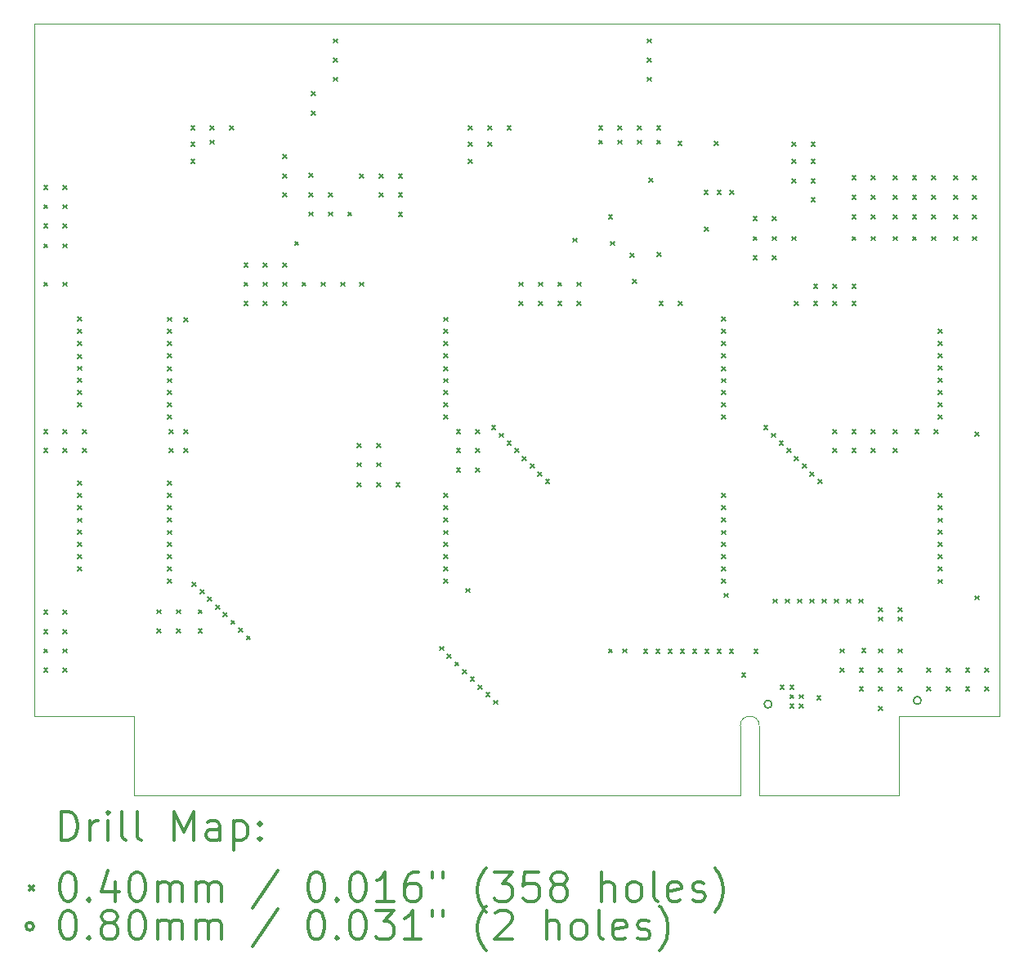
<source format=gbr>
%FSLAX45Y45*%
G04 Gerber Fmt 4.5, Leading zero omitted, Abs format (unit mm)*
G04 Created by KiCad (PCBNEW (5.1.8)-1) date 2022-01-11 15:47:59*
%MOMM*%
%LPD*%
G01*
G04 APERTURE LIST*
%TA.AperFunction,Profile*%
%ADD10C,0.100000*%
%TD*%
%ADD11C,0.200000*%
%ADD12C,0.300000*%
G04 APERTURE END LIST*
D10*
X16496000Y-13031000D02*
G75*
G02*
X16692000Y-13031000I98000J0D01*
G01*
X16692000Y-13750000D02*
X16692000Y-13031000D01*
X16496600Y-13750000D02*
X16496000Y-13031000D01*
X18141000Y-13750000D02*
X18141000Y-12933000D01*
X10216000Y-13750000D02*
X10216000Y-12933000D01*
X18141000Y-13750000D02*
X16692000Y-13750000D01*
X16496600Y-13750000D02*
X10216000Y-13750000D01*
X10216000Y-12933000D02*
X9179000Y-12933000D01*
X9180000Y-5750000D02*
X19180000Y-5750000D01*
X9179000Y-12933000D02*
X9180000Y-5750000D01*
X19178000Y-12933000D02*
X18141000Y-12933000D01*
X19180000Y-5750000D02*
X19178000Y-12933000D01*
D11*
X9280000Y-7430000D02*
X9320000Y-7470000D01*
X9320000Y-7430000D02*
X9280000Y-7470000D01*
X9280000Y-7630000D02*
X9320000Y-7670000D01*
X9320000Y-7630000D02*
X9280000Y-7670000D01*
X9280000Y-7830000D02*
X9320000Y-7870000D01*
X9320000Y-7830000D02*
X9280000Y-7870000D01*
X9280000Y-8035000D02*
X9320000Y-8075000D01*
X9320000Y-8035000D02*
X9280000Y-8075000D01*
X9280000Y-8435000D02*
X9320000Y-8475000D01*
X9320000Y-8435000D02*
X9280000Y-8475000D01*
X9280000Y-9960000D02*
X9320000Y-10000000D01*
X9320000Y-9960000D02*
X9280000Y-10000000D01*
X9280000Y-10160000D02*
X9320000Y-10200000D01*
X9320000Y-10160000D02*
X9280000Y-10200000D01*
X9280000Y-11835000D02*
X9320000Y-11875000D01*
X9320000Y-11835000D02*
X9280000Y-11875000D01*
X9280000Y-12035000D02*
X9320000Y-12075000D01*
X9320000Y-12035000D02*
X9280000Y-12075000D01*
X9280000Y-12235000D02*
X9320000Y-12275000D01*
X9320000Y-12235000D02*
X9280000Y-12275000D01*
X9280000Y-12435000D02*
X9320000Y-12475000D01*
X9320000Y-12435000D02*
X9280000Y-12475000D01*
X9480000Y-7430000D02*
X9520000Y-7470000D01*
X9520000Y-7430000D02*
X9480000Y-7470000D01*
X9480000Y-7630000D02*
X9520000Y-7670000D01*
X9520000Y-7630000D02*
X9480000Y-7670000D01*
X9480000Y-7830000D02*
X9520000Y-7870000D01*
X9520000Y-7830000D02*
X9480000Y-7870000D01*
X9480000Y-8035000D02*
X9520000Y-8075000D01*
X9520000Y-8035000D02*
X9480000Y-8075000D01*
X9480000Y-8435000D02*
X9520000Y-8475000D01*
X9520000Y-8435000D02*
X9480000Y-8475000D01*
X9480000Y-9960000D02*
X9520000Y-10000000D01*
X9520000Y-9960000D02*
X9480000Y-10000000D01*
X9480000Y-10160000D02*
X9520000Y-10200000D01*
X9520000Y-10160000D02*
X9480000Y-10200000D01*
X9480000Y-11835000D02*
X9520000Y-11875000D01*
X9520000Y-11835000D02*
X9480000Y-11875000D01*
X9480000Y-12035000D02*
X9520000Y-12075000D01*
X9520000Y-12035000D02*
X9480000Y-12075000D01*
X9480000Y-12235000D02*
X9520000Y-12275000D01*
X9520000Y-12235000D02*
X9480000Y-12275000D01*
X9480000Y-12435000D02*
X9520000Y-12475000D01*
X9520000Y-12435000D02*
X9480000Y-12475000D01*
X9633500Y-8795500D02*
X9673500Y-8835500D01*
X9673500Y-8795500D02*
X9633500Y-8835500D01*
X9633500Y-8923000D02*
X9673500Y-8963000D01*
X9673500Y-8923000D02*
X9633500Y-8963000D01*
X9633500Y-9050500D02*
X9673500Y-9090500D01*
X9673500Y-9050500D02*
X9633500Y-9090500D01*
X9633500Y-9180500D02*
X9673500Y-9220500D01*
X9673500Y-9180500D02*
X9633500Y-9220500D01*
X9633500Y-9305500D02*
X9673500Y-9345500D01*
X9673500Y-9305500D02*
X9633500Y-9345500D01*
X9633500Y-9430500D02*
X9673500Y-9470500D01*
X9673500Y-9430500D02*
X9633500Y-9470500D01*
X9633500Y-9558000D02*
X9673500Y-9598000D01*
X9673500Y-9558000D02*
X9633500Y-9598000D01*
X9633500Y-9685500D02*
X9673500Y-9725500D01*
X9673500Y-9685500D02*
X9633500Y-9725500D01*
X9633500Y-10495500D02*
X9673500Y-10535500D01*
X9673500Y-10495500D02*
X9633500Y-10535500D01*
X9633500Y-10623000D02*
X9673500Y-10663000D01*
X9673500Y-10623000D02*
X9633500Y-10663000D01*
X9633500Y-10750500D02*
X9673500Y-10790500D01*
X9673500Y-10750500D02*
X9633500Y-10790500D01*
X9633500Y-10880500D02*
X9673500Y-10920500D01*
X9673500Y-10880500D02*
X9633500Y-10920500D01*
X9633500Y-11005500D02*
X9673500Y-11045500D01*
X9673500Y-11005500D02*
X9633500Y-11045500D01*
X9633500Y-11130500D02*
X9673500Y-11170500D01*
X9673500Y-11130500D02*
X9633500Y-11170500D01*
X9633500Y-11258000D02*
X9673500Y-11298000D01*
X9673500Y-11258000D02*
X9633500Y-11298000D01*
X9633500Y-11385500D02*
X9673500Y-11425500D01*
X9673500Y-11385500D02*
X9633500Y-11425500D01*
X9680000Y-9960000D02*
X9720000Y-10000000D01*
X9720000Y-9960000D02*
X9680000Y-10000000D01*
X9680000Y-10160000D02*
X9720000Y-10200000D01*
X9720000Y-10160000D02*
X9680000Y-10200000D01*
X10455000Y-11830000D02*
X10495000Y-11870000D01*
X10495000Y-11830000D02*
X10455000Y-11870000D01*
X10455000Y-12030000D02*
X10495000Y-12070000D01*
X10495000Y-12030000D02*
X10455000Y-12070000D01*
X10562000Y-10495000D02*
X10602000Y-10535000D01*
X10602000Y-10495000D02*
X10562000Y-10535000D01*
X10562500Y-8922500D02*
X10602500Y-8962500D01*
X10602500Y-8922500D02*
X10562500Y-8962500D01*
X10562500Y-9050000D02*
X10602500Y-9090000D01*
X10602500Y-9050000D02*
X10562500Y-9090000D01*
X10562500Y-9177500D02*
X10602500Y-9217500D01*
X10602500Y-9177500D02*
X10562500Y-9217500D01*
X10562500Y-9307500D02*
X10602500Y-9347500D01*
X10602500Y-9307500D02*
X10562500Y-9347500D01*
X10562500Y-9432500D02*
X10602500Y-9472500D01*
X10602500Y-9432500D02*
X10562500Y-9472500D01*
X10562500Y-9557500D02*
X10602500Y-9597500D01*
X10602500Y-9557500D02*
X10562500Y-9597500D01*
X10562500Y-9685000D02*
X10602500Y-9725000D01*
X10602500Y-9685000D02*
X10562500Y-9725000D01*
X10562500Y-9812500D02*
X10602500Y-9852500D01*
X10602500Y-9812500D02*
X10562500Y-9852500D01*
X10562500Y-10622500D02*
X10602500Y-10662500D01*
X10602500Y-10622500D02*
X10562500Y-10662500D01*
X10562500Y-10750000D02*
X10602500Y-10790000D01*
X10602500Y-10750000D02*
X10562500Y-10790000D01*
X10562500Y-10877500D02*
X10602500Y-10917500D01*
X10602500Y-10877500D02*
X10562500Y-10917500D01*
X10562500Y-11007500D02*
X10602500Y-11047500D01*
X10602500Y-11007500D02*
X10562500Y-11047500D01*
X10562500Y-11132500D02*
X10602500Y-11172500D01*
X10602500Y-11132500D02*
X10562500Y-11172500D01*
X10562500Y-11257500D02*
X10602500Y-11297500D01*
X10602500Y-11257500D02*
X10562500Y-11297500D01*
X10562500Y-11385000D02*
X10602500Y-11425000D01*
X10602500Y-11385000D02*
X10562500Y-11425000D01*
X10562500Y-11512500D02*
X10602500Y-11552500D01*
X10602500Y-11512500D02*
X10562500Y-11552500D01*
X10563000Y-8797000D02*
X10603000Y-8837000D01*
X10603000Y-8797000D02*
X10563000Y-8837000D01*
X10580000Y-9960000D02*
X10620000Y-10000000D01*
X10620000Y-9960000D02*
X10580000Y-10000000D01*
X10580000Y-10160000D02*
X10620000Y-10200000D01*
X10620000Y-10160000D02*
X10580000Y-10200000D01*
X10655000Y-11830000D02*
X10695000Y-11870000D01*
X10695000Y-11830000D02*
X10655000Y-11870000D01*
X10655000Y-12030000D02*
X10695000Y-12070000D01*
X10695000Y-12030000D02*
X10655000Y-12070000D01*
X10730000Y-8805000D02*
X10770000Y-8845000D01*
X10770000Y-8805000D02*
X10730000Y-8845000D01*
X10730000Y-9960000D02*
X10770000Y-10000000D01*
X10770000Y-9960000D02*
X10730000Y-10000000D01*
X10730000Y-10160000D02*
X10770000Y-10200000D01*
X10770000Y-10160000D02*
X10730000Y-10200000D01*
X10805000Y-6810000D02*
X10845000Y-6850000D01*
X10845000Y-6810000D02*
X10805000Y-6850000D01*
X10805000Y-6985000D02*
X10845000Y-7025000D01*
X10845000Y-6985000D02*
X10805000Y-7025000D01*
X10805000Y-7160000D02*
X10845000Y-7200000D01*
X10845000Y-7160000D02*
X10805000Y-7200000D01*
X10820000Y-11542501D02*
X10860000Y-11582501D01*
X10860000Y-11542501D02*
X10820000Y-11582501D01*
X10880000Y-11830000D02*
X10920000Y-11870000D01*
X10920000Y-11830000D02*
X10880000Y-11870000D01*
X10880000Y-12030000D02*
X10920000Y-12070000D01*
X10920000Y-12030000D02*
X10880000Y-12070000D01*
X10900000Y-11620000D02*
X10940000Y-11660000D01*
X10940000Y-11620000D02*
X10900000Y-11660000D01*
X10980000Y-11700000D02*
X11020000Y-11740000D01*
X11020000Y-11700000D02*
X10980000Y-11740000D01*
X11005000Y-6810000D02*
X11045000Y-6850000D01*
X11045000Y-6810000D02*
X11005000Y-6850000D01*
X11005000Y-6960000D02*
X11045000Y-7000000D01*
X11045000Y-6960000D02*
X11005000Y-7000000D01*
X11060000Y-11780000D02*
X11100000Y-11820000D01*
X11100000Y-11780000D02*
X11060000Y-11820000D01*
X11140000Y-11860000D02*
X11180000Y-11900000D01*
X11180000Y-11860000D02*
X11140000Y-11900000D01*
X11205000Y-6810000D02*
X11245000Y-6850000D01*
X11245000Y-6810000D02*
X11205000Y-6850000D01*
X11220000Y-11940000D02*
X11260000Y-11980000D01*
X11260000Y-11940000D02*
X11220000Y-11980000D01*
X11300000Y-12020000D02*
X11340000Y-12060000D01*
X11340000Y-12020000D02*
X11300000Y-12060000D01*
X11355000Y-8235000D02*
X11395000Y-8275000D01*
X11395000Y-8235000D02*
X11355000Y-8275000D01*
X11355000Y-8435000D02*
X11395000Y-8475000D01*
X11395000Y-8435000D02*
X11355000Y-8475000D01*
X11355000Y-8630000D02*
X11395000Y-8670000D01*
X11395000Y-8630000D02*
X11355000Y-8670000D01*
X11380000Y-12099999D02*
X11420000Y-12139999D01*
X11420000Y-12099999D02*
X11380000Y-12139999D01*
X11555000Y-8235000D02*
X11595000Y-8275000D01*
X11595000Y-8235000D02*
X11555000Y-8275000D01*
X11555000Y-8435000D02*
X11595000Y-8475000D01*
X11595000Y-8435000D02*
X11555000Y-8475000D01*
X11555000Y-8630000D02*
X11595000Y-8670000D01*
X11595000Y-8630000D02*
X11555000Y-8670000D01*
X11755000Y-7110000D02*
X11795000Y-7150000D01*
X11795000Y-7110000D02*
X11755000Y-7150000D01*
X11755000Y-7310000D02*
X11795000Y-7350000D01*
X11795000Y-7310000D02*
X11755000Y-7350000D01*
X11755000Y-7510000D02*
X11795000Y-7550000D01*
X11795000Y-7510000D02*
X11755000Y-7550000D01*
X11755000Y-8235000D02*
X11795000Y-8275000D01*
X11795000Y-8235000D02*
X11755000Y-8275000D01*
X11755000Y-8435000D02*
X11795000Y-8475000D01*
X11795000Y-8435000D02*
X11755000Y-8475000D01*
X11755000Y-8630000D02*
X11795000Y-8670000D01*
X11795000Y-8630000D02*
X11755000Y-8670000D01*
X11880000Y-8010000D02*
X11920000Y-8050000D01*
X11920000Y-8010000D02*
X11880000Y-8050000D01*
X11955000Y-8435000D02*
X11995000Y-8475000D01*
X11995000Y-8435000D02*
X11955000Y-8475000D01*
X12030000Y-7305000D02*
X12070000Y-7345000D01*
X12070000Y-7305000D02*
X12030000Y-7345000D01*
X12030000Y-7505000D02*
X12070000Y-7545000D01*
X12070000Y-7505000D02*
X12030000Y-7545000D01*
X12030000Y-7705000D02*
X12070000Y-7745000D01*
X12070000Y-7705000D02*
X12030000Y-7745000D01*
X12055000Y-6460000D02*
X12095000Y-6500000D01*
X12095000Y-6460000D02*
X12055000Y-6500000D01*
X12055000Y-6660000D02*
X12095000Y-6700000D01*
X12095000Y-6660000D02*
X12055000Y-6700000D01*
X12155000Y-8435000D02*
X12195000Y-8475000D01*
X12195000Y-8435000D02*
X12155000Y-8475000D01*
X12230000Y-7505000D02*
X12270000Y-7545000D01*
X12270000Y-7505000D02*
X12230000Y-7545000D01*
X12230000Y-7705000D02*
X12270000Y-7745000D01*
X12270000Y-7705000D02*
X12230000Y-7745000D01*
X12280000Y-5910000D02*
X12320000Y-5950000D01*
X12320000Y-5910000D02*
X12280000Y-5950000D01*
X12280000Y-6110000D02*
X12320000Y-6150000D01*
X12320000Y-6110000D02*
X12280000Y-6150000D01*
X12280000Y-6310000D02*
X12320000Y-6350000D01*
X12320000Y-6310000D02*
X12280000Y-6350000D01*
X12355000Y-8435000D02*
X12395000Y-8475000D01*
X12395000Y-8435000D02*
X12355000Y-8475000D01*
X12430000Y-7705000D02*
X12470000Y-7745000D01*
X12470000Y-7705000D02*
X12430000Y-7745000D01*
X12530000Y-10105000D02*
X12570000Y-10145000D01*
X12570000Y-10105000D02*
X12530000Y-10145000D01*
X12530000Y-10305000D02*
X12570000Y-10345000D01*
X12570000Y-10305000D02*
X12530000Y-10345000D01*
X12530000Y-10510000D02*
X12570000Y-10550000D01*
X12570000Y-10510000D02*
X12530000Y-10550000D01*
X12555000Y-7310000D02*
X12595000Y-7350000D01*
X12595000Y-7310000D02*
X12555000Y-7350000D01*
X12555000Y-8435000D02*
X12595000Y-8475000D01*
X12595000Y-8435000D02*
X12555000Y-8475000D01*
X12730000Y-10105000D02*
X12770000Y-10145000D01*
X12770000Y-10105000D02*
X12730000Y-10145000D01*
X12730000Y-10305000D02*
X12770000Y-10345000D01*
X12770000Y-10305000D02*
X12730000Y-10345000D01*
X12730000Y-10510000D02*
X12770000Y-10550000D01*
X12770000Y-10510000D02*
X12730000Y-10550000D01*
X12755000Y-7310000D02*
X12795000Y-7350000D01*
X12795000Y-7310000D02*
X12755000Y-7350000D01*
X12755000Y-7510000D02*
X12795000Y-7550000D01*
X12795000Y-7510000D02*
X12755000Y-7550000D01*
X12930000Y-10510000D02*
X12970000Y-10550000D01*
X12970000Y-10510000D02*
X12930000Y-10550000D01*
X12955000Y-7310000D02*
X12995000Y-7350000D01*
X12995000Y-7310000D02*
X12955000Y-7350000D01*
X12955000Y-7510000D02*
X12995000Y-7550000D01*
X12995000Y-7510000D02*
X12955000Y-7550000D01*
X12955000Y-7710000D02*
X12995000Y-7750000D01*
X12995000Y-7710000D02*
X12955000Y-7750000D01*
X13380000Y-12210000D02*
X13420000Y-12250000D01*
X13420000Y-12210000D02*
X13380000Y-12250000D01*
X13422500Y-8922500D02*
X13462500Y-8962500D01*
X13462500Y-8922500D02*
X13422500Y-8962500D01*
X13422500Y-9050000D02*
X13462500Y-9090000D01*
X13462500Y-9050000D02*
X13422500Y-9090000D01*
X13422500Y-9177500D02*
X13462500Y-9217500D01*
X13462500Y-9177500D02*
X13422500Y-9217500D01*
X13422500Y-9307500D02*
X13462500Y-9347500D01*
X13462500Y-9307500D02*
X13422500Y-9347500D01*
X13422500Y-9432500D02*
X13462500Y-9472500D01*
X13462500Y-9432500D02*
X13422500Y-9472500D01*
X13422500Y-9557500D02*
X13462500Y-9597500D01*
X13462500Y-9557500D02*
X13422500Y-9597500D01*
X13422500Y-9685000D02*
X13462500Y-9725000D01*
X13462500Y-9685000D02*
X13422500Y-9725000D01*
X13422500Y-9812500D02*
X13462500Y-9852500D01*
X13462500Y-9812500D02*
X13422500Y-9852500D01*
X13422500Y-10622500D02*
X13462500Y-10662500D01*
X13462500Y-10622500D02*
X13422500Y-10662500D01*
X13422500Y-10750000D02*
X13462500Y-10790000D01*
X13462500Y-10750000D02*
X13422500Y-10790000D01*
X13422500Y-10877500D02*
X13462500Y-10917500D01*
X13462500Y-10877500D02*
X13422500Y-10917500D01*
X13422500Y-11007500D02*
X13462500Y-11047500D01*
X13462500Y-11007500D02*
X13422500Y-11047500D01*
X13422500Y-11132500D02*
X13462500Y-11172500D01*
X13462500Y-11132500D02*
X13422500Y-11172500D01*
X13422500Y-11257500D02*
X13462500Y-11297500D01*
X13462500Y-11257500D02*
X13422500Y-11297500D01*
X13422500Y-11385000D02*
X13462500Y-11425000D01*
X13462500Y-11385000D02*
X13422500Y-11425000D01*
X13422500Y-11512500D02*
X13462500Y-11552500D01*
X13462500Y-11512500D02*
X13422500Y-11552500D01*
X13423000Y-8797000D02*
X13463000Y-8837000D01*
X13463000Y-8797000D02*
X13423000Y-8837000D01*
X13460000Y-12290000D02*
X13500000Y-12330000D01*
X13500000Y-12290000D02*
X13460000Y-12330000D01*
X13540000Y-12370000D02*
X13580000Y-12410000D01*
X13580000Y-12370000D02*
X13540000Y-12410000D01*
X13555000Y-9960000D02*
X13595000Y-10000000D01*
X13595000Y-9960000D02*
X13555000Y-10000000D01*
X13555000Y-10160000D02*
X13595000Y-10200000D01*
X13595000Y-10160000D02*
X13555000Y-10200000D01*
X13555000Y-10360000D02*
X13595000Y-10400000D01*
X13595000Y-10360000D02*
X13555000Y-10400000D01*
X13620000Y-12450000D02*
X13660000Y-12490000D01*
X13660000Y-12450000D02*
X13620000Y-12490000D01*
X13655000Y-11610000D02*
X13695000Y-11650000D01*
X13695000Y-11610000D02*
X13655000Y-11650000D01*
X13680000Y-6810000D02*
X13720000Y-6850000D01*
X13720000Y-6810000D02*
X13680000Y-6850000D01*
X13680000Y-6985000D02*
X13720000Y-7025000D01*
X13720000Y-6985000D02*
X13680000Y-7025000D01*
X13680000Y-7160000D02*
X13720000Y-7200000D01*
X13720000Y-7160000D02*
X13680000Y-7200000D01*
X13700000Y-12530000D02*
X13740000Y-12570000D01*
X13740000Y-12530000D02*
X13700000Y-12570000D01*
X13755000Y-9960000D02*
X13795000Y-10000000D01*
X13795000Y-9960000D02*
X13755000Y-10000000D01*
X13755000Y-10160000D02*
X13795000Y-10200000D01*
X13795000Y-10160000D02*
X13755000Y-10200000D01*
X13755000Y-10360000D02*
X13795000Y-10400000D01*
X13795000Y-10360000D02*
X13755000Y-10400000D01*
X13780000Y-12610000D02*
X13820000Y-12650000D01*
X13820000Y-12610000D02*
X13780000Y-12650000D01*
X13860000Y-12690000D02*
X13900000Y-12730000D01*
X13900000Y-12690000D02*
X13860000Y-12730000D01*
X13880000Y-6810000D02*
X13920000Y-6850000D01*
X13920000Y-6810000D02*
X13880000Y-6850000D01*
X13880000Y-6985000D02*
X13920000Y-7025000D01*
X13920000Y-6985000D02*
X13880000Y-7025000D01*
X13920000Y-9920000D02*
X13960000Y-9960000D01*
X13960000Y-9920000D02*
X13920000Y-9960000D01*
X13940000Y-12769999D02*
X13980000Y-12809999D01*
X13980000Y-12769999D02*
X13940000Y-12809999D01*
X14000000Y-10000000D02*
X14040000Y-10040000D01*
X14040000Y-10000000D02*
X14000000Y-10040000D01*
X14080000Y-6810000D02*
X14120000Y-6850000D01*
X14120000Y-6810000D02*
X14080000Y-6850000D01*
X14080000Y-10080000D02*
X14120000Y-10120000D01*
X14120000Y-10080000D02*
X14080000Y-10120000D01*
X14160000Y-10160000D02*
X14200000Y-10200000D01*
X14200000Y-10160000D02*
X14160000Y-10200000D01*
X14205000Y-8435000D02*
X14245000Y-8475000D01*
X14245000Y-8435000D02*
X14205000Y-8475000D01*
X14205000Y-8635000D02*
X14245000Y-8675000D01*
X14245000Y-8635000D02*
X14205000Y-8675000D01*
X14240000Y-10240000D02*
X14280000Y-10280000D01*
X14280000Y-10240000D02*
X14240000Y-10280000D01*
X14320000Y-10320000D02*
X14360000Y-10360000D01*
X14360000Y-10320000D02*
X14320000Y-10360000D01*
X14400000Y-10400000D02*
X14440000Y-10440000D01*
X14440000Y-10400000D02*
X14400000Y-10440000D01*
X14405000Y-8435000D02*
X14445000Y-8475000D01*
X14445000Y-8435000D02*
X14405000Y-8475000D01*
X14405000Y-8635000D02*
X14445000Y-8675000D01*
X14445000Y-8635000D02*
X14405000Y-8675000D01*
X14480000Y-10480000D02*
X14520000Y-10520000D01*
X14520000Y-10480000D02*
X14480000Y-10520000D01*
X14605000Y-8435000D02*
X14645000Y-8475000D01*
X14645000Y-8435000D02*
X14605000Y-8475000D01*
X14605000Y-8635000D02*
X14645000Y-8675000D01*
X14645000Y-8635000D02*
X14605000Y-8675000D01*
X14763500Y-7976500D02*
X14803500Y-8016500D01*
X14803500Y-7976500D02*
X14763500Y-8016500D01*
X14805000Y-8435000D02*
X14845000Y-8475000D01*
X14845000Y-8435000D02*
X14805000Y-8475000D01*
X14805000Y-8635000D02*
X14845000Y-8675000D01*
X14845000Y-8635000D02*
X14805000Y-8675000D01*
X15030000Y-6810000D02*
X15070000Y-6850000D01*
X15070000Y-6810000D02*
X15030000Y-6850000D01*
X15030000Y-6960000D02*
X15070000Y-7000000D01*
X15070000Y-6960000D02*
X15030000Y-7000000D01*
X15130000Y-7735000D02*
X15170000Y-7775000D01*
X15170000Y-7735000D02*
X15130000Y-7775000D01*
X15130000Y-12235000D02*
X15170000Y-12275000D01*
X15170000Y-12235000D02*
X15130000Y-12275000D01*
X15155000Y-8010000D02*
X15195000Y-8050000D01*
X15195000Y-8010000D02*
X15155000Y-8050000D01*
X15230000Y-6810000D02*
X15270000Y-6850000D01*
X15270000Y-6810000D02*
X15230000Y-6850000D01*
X15230000Y-6960000D02*
X15270000Y-7000000D01*
X15270000Y-6960000D02*
X15230000Y-7000000D01*
X15280000Y-12235000D02*
X15320000Y-12275000D01*
X15320000Y-12235000D02*
X15280000Y-12275000D01*
X15355000Y-8135000D02*
X15395000Y-8175000D01*
X15395000Y-8135000D02*
X15355000Y-8175000D01*
X15380000Y-8405000D02*
X15420000Y-8445000D01*
X15420000Y-8405000D02*
X15380000Y-8445000D01*
X15430000Y-6810000D02*
X15470000Y-6850000D01*
X15470000Y-6810000D02*
X15430000Y-6850000D01*
X15430000Y-6960000D02*
X15470000Y-7000000D01*
X15470000Y-6960000D02*
X15430000Y-7000000D01*
X15494000Y-12240000D02*
X15534000Y-12280000D01*
X15534000Y-12240000D02*
X15494000Y-12280000D01*
X15530000Y-5910000D02*
X15570000Y-5950000D01*
X15570000Y-5910000D02*
X15530000Y-5950000D01*
X15530000Y-6110000D02*
X15570000Y-6150000D01*
X15570000Y-6110000D02*
X15530000Y-6150000D01*
X15530000Y-6310000D02*
X15570000Y-6350000D01*
X15570000Y-6310000D02*
X15530000Y-6350000D01*
X15551000Y-7356000D02*
X15591000Y-7396000D01*
X15591000Y-7356000D02*
X15551000Y-7396000D01*
X15621000Y-12239000D02*
X15661000Y-12279000D01*
X15661000Y-12239000D02*
X15621000Y-12279000D01*
X15630000Y-6810000D02*
X15670000Y-6850000D01*
X15670000Y-6810000D02*
X15630000Y-6850000D01*
X15630000Y-6960000D02*
X15670000Y-7000000D01*
X15670000Y-6960000D02*
X15630000Y-7000000D01*
X15634000Y-8126001D02*
X15674000Y-8166001D01*
X15674000Y-8126001D02*
X15634000Y-8166001D01*
X15655000Y-8635000D02*
X15695000Y-8675000D01*
X15695000Y-8635000D02*
X15655000Y-8675000D01*
X15748000Y-12240000D02*
X15788000Y-12280000D01*
X15788000Y-12240000D02*
X15748000Y-12280000D01*
X15850000Y-6973000D02*
X15890000Y-7013000D01*
X15890000Y-6973000D02*
X15850000Y-7013000D01*
X15855000Y-8635000D02*
X15895000Y-8675000D01*
X15895000Y-8635000D02*
X15855000Y-8675000D01*
X15875000Y-12240000D02*
X15915000Y-12280000D01*
X15915000Y-12240000D02*
X15875000Y-12280000D01*
X16002000Y-12240000D02*
X16042000Y-12280000D01*
X16042000Y-12240000D02*
X16002000Y-12280000D01*
X16122500Y-7482500D02*
X16162500Y-7522500D01*
X16162500Y-7482500D02*
X16122500Y-7522500D01*
X16123000Y-7865000D02*
X16163000Y-7905000D01*
X16163000Y-7865000D02*
X16123000Y-7905000D01*
X16129000Y-12240000D02*
X16169000Y-12280000D01*
X16169000Y-12240000D02*
X16129000Y-12280000D01*
X16230000Y-6973000D02*
X16270000Y-7013000D01*
X16270000Y-6973000D02*
X16230000Y-7013000D01*
X16256000Y-12240000D02*
X16296000Y-12280000D01*
X16296000Y-12240000D02*
X16256000Y-12280000D01*
X16257000Y-7482000D02*
X16297000Y-7522000D01*
X16297000Y-7482000D02*
X16257000Y-7522000D01*
X16302500Y-8922500D02*
X16342500Y-8962500D01*
X16342500Y-8922500D02*
X16302500Y-8962500D01*
X16302500Y-9050000D02*
X16342500Y-9090000D01*
X16342500Y-9050000D02*
X16302500Y-9090000D01*
X16302500Y-9177500D02*
X16342500Y-9217500D01*
X16342500Y-9177500D02*
X16302500Y-9217500D01*
X16302500Y-9307500D02*
X16342500Y-9347500D01*
X16342500Y-9307500D02*
X16302500Y-9347500D01*
X16302500Y-9432500D02*
X16342500Y-9472500D01*
X16342500Y-9432500D02*
X16302500Y-9472500D01*
X16302500Y-9557500D02*
X16342500Y-9597500D01*
X16342500Y-9557500D02*
X16302500Y-9597500D01*
X16302500Y-9685000D02*
X16342500Y-9725000D01*
X16342500Y-9685000D02*
X16302500Y-9725000D01*
X16302500Y-9812500D02*
X16342500Y-9852500D01*
X16342500Y-9812500D02*
X16302500Y-9852500D01*
X16302500Y-10622500D02*
X16342500Y-10662500D01*
X16342500Y-10622500D02*
X16302500Y-10662500D01*
X16302500Y-10750000D02*
X16342500Y-10790000D01*
X16342500Y-10750000D02*
X16302500Y-10790000D01*
X16302500Y-10877500D02*
X16342500Y-10917500D01*
X16342500Y-10877500D02*
X16302500Y-10917500D01*
X16302500Y-11007500D02*
X16342500Y-11047500D01*
X16342500Y-11007500D02*
X16302500Y-11047500D01*
X16302500Y-11132500D02*
X16342500Y-11172500D01*
X16342500Y-11132500D02*
X16302500Y-11172500D01*
X16302500Y-11257500D02*
X16342500Y-11297500D01*
X16342500Y-11257500D02*
X16302500Y-11297500D01*
X16302500Y-11385000D02*
X16342500Y-11425000D01*
X16342500Y-11385000D02*
X16302500Y-11425000D01*
X16302500Y-11512500D02*
X16342500Y-11552500D01*
X16342500Y-11512500D02*
X16302500Y-11552500D01*
X16303000Y-8796000D02*
X16343000Y-8836000D01*
X16343000Y-8796000D02*
X16303000Y-8836000D01*
X16330000Y-11660000D02*
X16370000Y-11700000D01*
X16370000Y-11660000D02*
X16330000Y-11700000D01*
X16383000Y-12240000D02*
X16423000Y-12280000D01*
X16423000Y-12240000D02*
X16383000Y-12280000D01*
X16388000Y-7482000D02*
X16428000Y-7522000D01*
X16428000Y-7482000D02*
X16388000Y-7522000D01*
X16510000Y-12482501D02*
X16550000Y-12522501D01*
X16550000Y-12482501D02*
X16510000Y-12522501D01*
X16630000Y-7755000D02*
X16670000Y-7795000D01*
X16670000Y-7755000D02*
X16630000Y-7795000D01*
X16630000Y-7960000D02*
X16670000Y-8000000D01*
X16670000Y-7960000D02*
X16630000Y-8000000D01*
X16630000Y-8160000D02*
X16670000Y-8200000D01*
X16670000Y-8160000D02*
X16630000Y-8200000D01*
X16637500Y-12240000D02*
X16677500Y-12280000D01*
X16677500Y-12240000D02*
X16637500Y-12280000D01*
X16740000Y-9920000D02*
X16780000Y-9960000D01*
X16780000Y-9920000D02*
X16740000Y-9960000D01*
X16820000Y-10000000D02*
X16860000Y-10040000D01*
X16860000Y-10000000D02*
X16820000Y-10040000D01*
X16830000Y-7755000D02*
X16870000Y-7795000D01*
X16870000Y-7755000D02*
X16830000Y-7795000D01*
X16830000Y-7960000D02*
X16870000Y-8000000D01*
X16870000Y-7960000D02*
X16830000Y-8000000D01*
X16830000Y-8160000D02*
X16870000Y-8200000D01*
X16870000Y-8160000D02*
X16830000Y-8200000D01*
X16834000Y-11720000D02*
X16874000Y-11760000D01*
X16874000Y-11720000D02*
X16834000Y-11760000D01*
X16900000Y-10080000D02*
X16940000Y-10120000D01*
X16940000Y-10080000D02*
X16900000Y-10120000D01*
X16910000Y-12610000D02*
X16950000Y-12650000D01*
X16950000Y-12610000D02*
X16910000Y-12650000D01*
X16961000Y-11719000D02*
X17001000Y-11759000D01*
X17001000Y-11719000D02*
X16961000Y-11759000D01*
X16980000Y-10160000D02*
X17020000Y-10200000D01*
X17020000Y-10160000D02*
X16980000Y-10200000D01*
X17010000Y-12610000D02*
X17050000Y-12650000D01*
X17050000Y-12610000D02*
X17010000Y-12650000D01*
X17010000Y-12710000D02*
X17050000Y-12750000D01*
X17050000Y-12710000D02*
X17010000Y-12750000D01*
X17010000Y-12810000D02*
X17050000Y-12850000D01*
X17050000Y-12810000D02*
X17010000Y-12850000D01*
X17030000Y-6985000D02*
X17070000Y-7025000D01*
X17070000Y-6985000D02*
X17030000Y-7025000D01*
X17030000Y-7160000D02*
X17070000Y-7200000D01*
X17070000Y-7160000D02*
X17030000Y-7200000D01*
X17030000Y-7360000D02*
X17070000Y-7400000D01*
X17070000Y-7360000D02*
X17030000Y-7400000D01*
X17030000Y-7960000D02*
X17070000Y-8000000D01*
X17070000Y-7960000D02*
X17030000Y-8000000D01*
X17055000Y-8635000D02*
X17095000Y-8675000D01*
X17095000Y-8635000D02*
X17055000Y-8675000D01*
X17060000Y-10240000D02*
X17100000Y-10280000D01*
X17100000Y-10240000D02*
X17060000Y-10280000D01*
X17088000Y-11720000D02*
X17128000Y-11760000D01*
X17128000Y-11720000D02*
X17088000Y-11760000D01*
X17110000Y-12710000D02*
X17150000Y-12750000D01*
X17150000Y-12710000D02*
X17110000Y-12750000D01*
X17110000Y-12810000D02*
X17150000Y-12850000D01*
X17150000Y-12810000D02*
X17110000Y-12850000D01*
X17140000Y-10320000D02*
X17180000Y-10360000D01*
X17180000Y-10320000D02*
X17140000Y-10360000D01*
X17215000Y-11720000D02*
X17255000Y-11760000D01*
X17255000Y-11720000D02*
X17215000Y-11760000D01*
X17220000Y-10400000D02*
X17260000Y-10440000D01*
X17260000Y-10400000D02*
X17220000Y-10440000D01*
X17230000Y-6985000D02*
X17270000Y-7025000D01*
X17270000Y-6985000D02*
X17230000Y-7025000D01*
X17230000Y-7160000D02*
X17270000Y-7200000D01*
X17270000Y-7160000D02*
X17230000Y-7200000D01*
X17230000Y-7360000D02*
X17270000Y-7400000D01*
X17270000Y-7360000D02*
X17230000Y-7400000D01*
X17230000Y-7560000D02*
X17270000Y-7600000D01*
X17270000Y-7560000D02*
X17230000Y-7600000D01*
X17255000Y-8455000D02*
X17295000Y-8495000D01*
X17295000Y-8455000D02*
X17255000Y-8495000D01*
X17255000Y-8635000D02*
X17295000Y-8675000D01*
X17295000Y-8635000D02*
X17255000Y-8675000D01*
X17290000Y-12720000D02*
X17330000Y-12760000D01*
X17330000Y-12720000D02*
X17290000Y-12760000D01*
X17300000Y-10480000D02*
X17340000Y-10520000D01*
X17340000Y-10480000D02*
X17300000Y-10520000D01*
X17342000Y-11720000D02*
X17382000Y-11760000D01*
X17382000Y-11720000D02*
X17342000Y-11760000D01*
X17455000Y-8455000D02*
X17495000Y-8495000D01*
X17495000Y-8455000D02*
X17455000Y-8495000D01*
X17455000Y-8635000D02*
X17495000Y-8675000D01*
X17495000Y-8635000D02*
X17455000Y-8675000D01*
X17455000Y-9960000D02*
X17495000Y-10000000D01*
X17495000Y-9960000D02*
X17455000Y-10000000D01*
X17455000Y-10160000D02*
X17495000Y-10200000D01*
X17495000Y-10160000D02*
X17455000Y-10200000D01*
X17469000Y-11720000D02*
X17509000Y-11760000D01*
X17509000Y-11720000D02*
X17469000Y-11760000D01*
X17530000Y-12235000D02*
X17570000Y-12275000D01*
X17570000Y-12235000D02*
X17530000Y-12275000D01*
X17530000Y-12435000D02*
X17570000Y-12475000D01*
X17570000Y-12435000D02*
X17530000Y-12475000D01*
X17596000Y-11720000D02*
X17636000Y-11760000D01*
X17636000Y-11720000D02*
X17596000Y-11760000D01*
X17655000Y-7330000D02*
X17695000Y-7370000D01*
X17695000Y-7330000D02*
X17655000Y-7370000D01*
X17655000Y-7530000D02*
X17695000Y-7570000D01*
X17695000Y-7530000D02*
X17655000Y-7570000D01*
X17655000Y-7735000D02*
X17695000Y-7775000D01*
X17695000Y-7735000D02*
X17655000Y-7775000D01*
X17655000Y-7960000D02*
X17695000Y-8000000D01*
X17695000Y-7960000D02*
X17655000Y-8000000D01*
X17655000Y-8455000D02*
X17695000Y-8495000D01*
X17695000Y-8455000D02*
X17655000Y-8495000D01*
X17655000Y-8635000D02*
X17695000Y-8675000D01*
X17695000Y-8635000D02*
X17655000Y-8675000D01*
X17655000Y-9960000D02*
X17695000Y-10000000D01*
X17695000Y-9960000D02*
X17655000Y-10000000D01*
X17655000Y-10160000D02*
X17695000Y-10200000D01*
X17695000Y-10160000D02*
X17655000Y-10200000D01*
X17723000Y-11720000D02*
X17763000Y-11760000D01*
X17763000Y-11720000D02*
X17723000Y-11760000D01*
X17730000Y-12435000D02*
X17770000Y-12475000D01*
X17770000Y-12435000D02*
X17730000Y-12475000D01*
X17730000Y-12630000D02*
X17770000Y-12670000D01*
X17770000Y-12630000D02*
X17730000Y-12670000D01*
X17755000Y-12230000D02*
X17795000Y-12270000D01*
X17795000Y-12230000D02*
X17755000Y-12270000D01*
X17855000Y-7330000D02*
X17895000Y-7370000D01*
X17895000Y-7330000D02*
X17855000Y-7370000D01*
X17855000Y-7530000D02*
X17895000Y-7570000D01*
X17895000Y-7530000D02*
X17855000Y-7570000D01*
X17855000Y-7735000D02*
X17895000Y-7775000D01*
X17895000Y-7735000D02*
X17855000Y-7775000D01*
X17855000Y-7960000D02*
X17895000Y-8000000D01*
X17895000Y-7960000D02*
X17855000Y-8000000D01*
X17855000Y-9960000D02*
X17895000Y-10000000D01*
X17895000Y-9960000D02*
X17855000Y-10000000D01*
X17855000Y-10160000D02*
X17895000Y-10200000D01*
X17895000Y-10160000D02*
X17855000Y-10200000D01*
X17930000Y-11805000D02*
X17970000Y-11845000D01*
X17970000Y-11805000D02*
X17930000Y-11845000D01*
X17930000Y-11905000D02*
X17970000Y-11945000D01*
X17970000Y-11905000D02*
X17930000Y-11945000D01*
X17930000Y-12235000D02*
X17970000Y-12275000D01*
X17970000Y-12235000D02*
X17930000Y-12275000D01*
X17930000Y-12435000D02*
X17970000Y-12475000D01*
X17970000Y-12435000D02*
X17930000Y-12475000D01*
X17930000Y-12630000D02*
X17970000Y-12670000D01*
X17970000Y-12630000D02*
X17930000Y-12670000D01*
X17930000Y-12830000D02*
X17970000Y-12870000D01*
X17970000Y-12830000D02*
X17930000Y-12870000D01*
X18080000Y-7330000D02*
X18120000Y-7370000D01*
X18120000Y-7330000D02*
X18080000Y-7370000D01*
X18080000Y-7530000D02*
X18120000Y-7570000D01*
X18120000Y-7530000D02*
X18080000Y-7570000D01*
X18080000Y-7735000D02*
X18120000Y-7775000D01*
X18120000Y-7735000D02*
X18080000Y-7775000D01*
X18080000Y-7960000D02*
X18120000Y-8000000D01*
X18120000Y-7960000D02*
X18080000Y-8000000D01*
X18080000Y-9960000D02*
X18120000Y-10000000D01*
X18120000Y-9960000D02*
X18080000Y-10000000D01*
X18080000Y-10160000D02*
X18120000Y-10200000D01*
X18120000Y-10160000D02*
X18080000Y-10200000D01*
X18130000Y-11805000D02*
X18170000Y-11845000D01*
X18170000Y-11805000D02*
X18130000Y-11845000D01*
X18130000Y-11905000D02*
X18170000Y-11945000D01*
X18170000Y-11905000D02*
X18130000Y-11945000D01*
X18130000Y-12235000D02*
X18170000Y-12275000D01*
X18170000Y-12235000D02*
X18130000Y-12275000D01*
X18130000Y-12435000D02*
X18170000Y-12475000D01*
X18170000Y-12435000D02*
X18130000Y-12475000D01*
X18130000Y-12630000D02*
X18170000Y-12670000D01*
X18170000Y-12630000D02*
X18130000Y-12670000D01*
X18280000Y-7330000D02*
X18320000Y-7370000D01*
X18320000Y-7330000D02*
X18280000Y-7370000D01*
X18280000Y-7530000D02*
X18320000Y-7570000D01*
X18320000Y-7530000D02*
X18280000Y-7570000D01*
X18280000Y-7735000D02*
X18320000Y-7775000D01*
X18320000Y-7735000D02*
X18280000Y-7775000D01*
X18280000Y-7960000D02*
X18320000Y-8000000D01*
X18320000Y-7960000D02*
X18280000Y-8000000D01*
X18305000Y-9960000D02*
X18345000Y-10000000D01*
X18345000Y-9960000D02*
X18305000Y-10000000D01*
X18430000Y-12435000D02*
X18470000Y-12475000D01*
X18470000Y-12435000D02*
X18430000Y-12475000D01*
X18430000Y-12630000D02*
X18470000Y-12670000D01*
X18470000Y-12630000D02*
X18430000Y-12670000D01*
X18480000Y-7330000D02*
X18520000Y-7370000D01*
X18520000Y-7330000D02*
X18480000Y-7370000D01*
X18480000Y-7530000D02*
X18520000Y-7570000D01*
X18520000Y-7530000D02*
X18480000Y-7570000D01*
X18480000Y-7735000D02*
X18520000Y-7775000D01*
X18520000Y-7735000D02*
X18480000Y-7775000D01*
X18480000Y-7960000D02*
X18520000Y-8000000D01*
X18520000Y-7960000D02*
X18480000Y-8000000D01*
X18505000Y-9960000D02*
X18545000Y-10000000D01*
X18545000Y-9960000D02*
X18505000Y-10000000D01*
X18550000Y-8922500D02*
X18590000Y-8962500D01*
X18590000Y-8922500D02*
X18550000Y-8962500D01*
X18550000Y-9050000D02*
X18590000Y-9090000D01*
X18590000Y-9050000D02*
X18550000Y-9090000D01*
X18550000Y-9177500D02*
X18590000Y-9217500D01*
X18590000Y-9177500D02*
X18550000Y-9217500D01*
X18550000Y-9302500D02*
X18590000Y-9342500D01*
X18590000Y-9302500D02*
X18550000Y-9342500D01*
X18550000Y-9427500D02*
X18590000Y-9467500D01*
X18590000Y-9427500D02*
X18550000Y-9467500D01*
X18550000Y-9557500D02*
X18590000Y-9597500D01*
X18590000Y-9557500D02*
X18550000Y-9597500D01*
X18550000Y-9685000D02*
X18590000Y-9725000D01*
X18590000Y-9685000D02*
X18550000Y-9725000D01*
X18550000Y-9812500D02*
X18590000Y-9852500D01*
X18590000Y-9812500D02*
X18550000Y-9852500D01*
X18550000Y-10625000D02*
X18590000Y-10665000D01*
X18590000Y-10625000D02*
X18550000Y-10665000D01*
X18550000Y-10752500D02*
X18590000Y-10792500D01*
X18590000Y-10752500D02*
X18550000Y-10792500D01*
X18550000Y-10880000D02*
X18590000Y-10920000D01*
X18590000Y-10880000D02*
X18550000Y-10920000D01*
X18550000Y-11005000D02*
X18590000Y-11045000D01*
X18590000Y-11005000D02*
X18550000Y-11045000D01*
X18550000Y-11130000D02*
X18590000Y-11170000D01*
X18590000Y-11130000D02*
X18550000Y-11170000D01*
X18550000Y-11260000D02*
X18590000Y-11300000D01*
X18590000Y-11260000D02*
X18550000Y-11300000D01*
X18550000Y-11387500D02*
X18590000Y-11427500D01*
X18590000Y-11387500D02*
X18550000Y-11427500D01*
X18550000Y-11515000D02*
X18590000Y-11555000D01*
X18590000Y-11515000D02*
X18550000Y-11555000D01*
X18630000Y-12435000D02*
X18670000Y-12475000D01*
X18670000Y-12435000D02*
X18630000Y-12475000D01*
X18630000Y-12630000D02*
X18670000Y-12670000D01*
X18670000Y-12630000D02*
X18630000Y-12670000D01*
X18705000Y-7330000D02*
X18745000Y-7370000D01*
X18745000Y-7330000D02*
X18705000Y-7370000D01*
X18705000Y-7530000D02*
X18745000Y-7570000D01*
X18745000Y-7530000D02*
X18705000Y-7570000D01*
X18705000Y-7735000D02*
X18745000Y-7775000D01*
X18745000Y-7735000D02*
X18705000Y-7775000D01*
X18705000Y-7960000D02*
X18745000Y-8000000D01*
X18745000Y-7960000D02*
X18705000Y-8000000D01*
X18830000Y-12435000D02*
X18870000Y-12475000D01*
X18870000Y-12435000D02*
X18830000Y-12475000D01*
X18830000Y-12630000D02*
X18870000Y-12670000D01*
X18870000Y-12630000D02*
X18830000Y-12670000D01*
X18905000Y-7330000D02*
X18945000Y-7370000D01*
X18945000Y-7330000D02*
X18905000Y-7370000D01*
X18905000Y-7530000D02*
X18945000Y-7570000D01*
X18945000Y-7530000D02*
X18905000Y-7570000D01*
X18905000Y-7735000D02*
X18945000Y-7775000D01*
X18945000Y-7735000D02*
X18905000Y-7775000D01*
X18905000Y-7960000D02*
X18945000Y-8000000D01*
X18945000Y-7960000D02*
X18905000Y-8000000D01*
X18930000Y-9985000D02*
X18970000Y-10025000D01*
X18970000Y-9985000D02*
X18930000Y-10025000D01*
X18930000Y-11685000D02*
X18970000Y-11725000D01*
X18970000Y-11685000D02*
X18930000Y-11725000D01*
X19030000Y-12435000D02*
X19070000Y-12475000D01*
X19070000Y-12435000D02*
X19030000Y-12475000D01*
X19030000Y-12630000D02*
X19070000Y-12670000D01*
X19070000Y-12630000D02*
X19030000Y-12670000D01*
X16823000Y-12809000D02*
G75*
G03*
X16823000Y-12809000I-40000J0D01*
G01*
X18370000Y-12770000D02*
G75*
G03*
X18370000Y-12770000I-40000J0D01*
G01*
D12*
X9460428Y-14220714D02*
X9460428Y-13920714D01*
X9531857Y-13920714D01*
X9574714Y-13935000D01*
X9603286Y-13963571D01*
X9617571Y-13992143D01*
X9631857Y-14049286D01*
X9631857Y-14092143D01*
X9617571Y-14149286D01*
X9603286Y-14177857D01*
X9574714Y-14206429D01*
X9531857Y-14220714D01*
X9460428Y-14220714D01*
X9760428Y-14220714D02*
X9760428Y-14020714D01*
X9760428Y-14077857D02*
X9774714Y-14049286D01*
X9789000Y-14035000D01*
X9817571Y-14020714D01*
X9846143Y-14020714D01*
X9946143Y-14220714D02*
X9946143Y-14020714D01*
X9946143Y-13920714D02*
X9931857Y-13935000D01*
X9946143Y-13949286D01*
X9960428Y-13935000D01*
X9946143Y-13920714D01*
X9946143Y-13949286D01*
X10131857Y-14220714D02*
X10103286Y-14206429D01*
X10089000Y-14177857D01*
X10089000Y-13920714D01*
X10289000Y-14220714D02*
X10260428Y-14206429D01*
X10246143Y-14177857D01*
X10246143Y-13920714D01*
X10631857Y-14220714D02*
X10631857Y-13920714D01*
X10731857Y-14135000D01*
X10831857Y-13920714D01*
X10831857Y-14220714D01*
X11103286Y-14220714D02*
X11103286Y-14063571D01*
X11089000Y-14035000D01*
X11060428Y-14020714D01*
X11003286Y-14020714D01*
X10974714Y-14035000D01*
X11103286Y-14206429D02*
X11074714Y-14220714D01*
X11003286Y-14220714D01*
X10974714Y-14206429D01*
X10960428Y-14177857D01*
X10960428Y-14149286D01*
X10974714Y-14120714D01*
X11003286Y-14106429D01*
X11074714Y-14106429D01*
X11103286Y-14092143D01*
X11246143Y-14020714D02*
X11246143Y-14320714D01*
X11246143Y-14035000D02*
X11274714Y-14020714D01*
X11331857Y-14020714D01*
X11360428Y-14035000D01*
X11374714Y-14049286D01*
X11389000Y-14077857D01*
X11389000Y-14163571D01*
X11374714Y-14192143D01*
X11360428Y-14206429D01*
X11331857Y-14220714D01*
X11274714Y-14220714D01*
X11246143Y-14206429D01*
X11517571Y-14192143D02*
X11531857Y-14206429D01*
X11517571Y-14220714D01*
X11503286Y-14206429D01*
X11517571Y-14192143D01*
X11517571Y-14220714D01*
X11517571Y-14035000D02*
X11531857Y-14049286D01*
X11517571Y-14063571D01*
X11503286Y-14049286D01*
X11517571Y-14035000D01*
X11517571Y-14063571D01*
X9134000Y-14695000D02*
X9174000Y-14735000D01*
X9174000Y-14695000D02*
X9134000Y-14735000D01*
X9517571Y-14550714D02*
X9546143Y-14550714D01*
X9574714Y-14565000D01*
X9589000Y-14579286D01*
X9603286Y-14607857D01*
X9617571Y-14665000D01*
X9617571Y-14736429D01*
X9603286Y-14793571D01*
X9589000Y-14822143D01*
X9574714Y-14836429D01*
X9546143Y-14850714D01*
X9517571Y-14850714D01*
X9489000Y-14836429D01*
X9474714Y-14822143D01*
X9460428Y-14793571D01*
X9446143Y-14736429D01*
X9446143Y-14665000D01*
X9460428Y-14607857D01*
X9474714Y-14579286D01*
X9489000Y-14565000D01*
X9517571Y-14550714D01*
X9746143Y-14822143D02*
X9760428Y-14836429D01*
X9746143Y-14850714D01*
X9731857Y-14836429D01*
X9746143Y-14822143D01*
X9746143Y-14850714D01*
X10017571Y-14650714D02*
X10017571Y-14850714D01*
X9946143Y-14536429D02*
X9874714Y-14750714D01*
X10060428Y-14750714D01*
X10231857Y-14550714D02*
X10260428Y-14550714D01*
X10289000Y-14565000D01*
X10303286Y-14579286D01*
X10317571Y-14607857D01*
X10331857Y-14665000D01*
X10331857Y-14736429D01*
X10317571Y-14793571D01*
X10303286Y-14822143D01*
X10289000Y-14836429D01*
X10260428Y-14850714D01*
X10231857Y-14850714D01*
X10203286Y-14836429D01*
X10189000Y-14822143D01*
X10174714Y-14793571D01*
X10160428Y-14736429D01*
X10160428Y-14665000D01*
X10174714Y-14607857D01*
X10189000Y-14579286D01*
X10203286Y-14565000D01*
X10231857Y-14550714D01*
X10460428Y-14850714D02*
X10460428Y-14650714D01*
X10460428Y-14679286D02*
X10474714Y-14665000D01*
X10503286Y-14650714D01*
X10546143Y-14650714D01*
X10574714Y-14665000D01*
X10589000Y-14693571D01*
X10589000Y-14850714D01*
X10589000Y-14693571D02*
X10603286Y-14665000D01*
X10631857Y-14650714D01*
X10674714Y-14650714D01*
X10703286Y-14665000D01*
X10717571Y-14693571D01*
X10717571Y-14850714D01*
X10860428Y-14850714D02*
X10860428Y-14650714D01*
X10860428Y-14679286D02*
X10874714Y-14665000D01*
X10903286Y-14650714D01*
X10946143Y-14650714D01*
X10974714Y-14665000D01*
X10989000Y-14693571D01*
X10989000Y-14850714D01*
X10989000Y-14693571D02*
X11003286Y-14665000D01*
X11031857Y-14650714D01*
X11074714Y-14650714D01*
X11103286Y-14665000D01*
X11117571Y-14693571D01*
X11117571Y-14850714D01*
X11703286Y-14536429D02*
X11446143Y-14922143D01*
X12089000Y-14550714D02*
X12117571Y-14550714D01*
X12146143Y-14565000D01*
X12160428Y-14579286D01*
X12174714Y-14607857D01*
X12189000Y-14665000D01*
X12189000Y-14736429D01*
X12174714Y-14793571D01*
X12160428Y-14822143D01*
X12146143Y-14836429D01*
X12117571Y-14850714D01*
X12089000Y-14850714D01*
X12060428Y-14836429D01*
X12046143Y-14822143D01*
X12031857Y-14793571D01*
X12017571Y-14736429D01*
X12017571Y-14665000D01*
X12031857Y-14607857D01*
X12046143Y-14579286D01*
X12060428Y-14565000D01*
X12089000Y-14550714D01*
X12317571Y-14822143D02*
X12331857Y-14836429D01*
X12317571Y-14850714D01*
X12303286Y-14836429D01*
X12317571Y-14822143D01*
X12317571Y-14850714D01*
X12517571Y-14550714D02*
X12546143Y-14550714D01*
X12574714Y-14565000D01*
X12589000Y-14579286D01*
X12603286Y-14607857D01*
X12617571Y-14665000D01*
X12617571Y-14736429D01*
X12603286Y-14793571D01*
X12589000Y-14822143D01*
X12574714Y-14836429D01*
X12546143Y-14850714D01*
X12517571Y-14850714D01*
X12489000Y-14836429D01*
X12474714Y-14822143D01*
X12460428Y-14793571D01*
X12446143Y-14736429D01*
X12446143Y-14665000D01*
X12460428Y-14607857D01*
X12474714Y-14579286D01*
X12489000Y-14565000D01*
X12517571Y-14550714D01*
X12903286Y-14850714D02*
X12731857Y-14850714D01*
X12817571Y-14850714D02*
X12817571Y-14550714D01*
X12789000Y-14593571D01*
X12760428Y-14622143D01*
X12731857Y-14636429D01*
X13160428Y-14550714D02*
X13103286Y-14550714D01*
X13074714Y-14565000D01*
X13060428Y-14579286D01*
X13031857Y-14622143D01*
X13017571Y-14679286D01*
X13017571Y-14793571D01*
X13031857Y-14822143D01*
X13046143Y-14836429D01*
X13074714Y-14850714D01*
X13131857Y-14850714D01*
X13160428Y-14836429D01*
X13174714Y-14822143D01*
X13189000Y-14793571D01*
X13189000Y-14722143D01*
X13174714Y-14693571D01*
X13160428Y-14679286D01*
X13131857Y-14665000D01*
X13074714Y-14665000D01*
X13046143Y-14679286D01*
X13031857Y-14693571D01*
X13017571Y-14722143D01*
X13303286Y-14550714D02*
X13303286Y-14607857D01*
X13417571Y-14550714D02*
X13417571Y-14607857D01*
X13860428Y-14965000D02*
X13846143Y-14950714D01*
X13817571Y-14907857D01*
X13803286Y-14879286D01*
X13789000Y-14836429D01*
X13774714Y-14765000D01*
X13774714Y-14707857D01*
X13789000Y-14636429D01*
X13803286Y-14593571D01*
X13817571Y-14565000D01*
X13846143Y-14522143D01*
X13860428Y-14507857D01*
X13946143Y-14550714D02*
X14131857Y-14550714D01*
X14031857Y-14665000D01*
X14074714Y-14665000D01*
X14103286Y-14679286D01*
X14117571Y-14693571D01*
X14131857Y-14722143D01*
X14131857Y-14793571D01*
X14117571Y-14822143D01*
X14103286Y-14836429D01*
X14074714Y-14850714D01*
X13989000Y-14850714D01*
X13960428Y-14836429D01*
X13946143Y-14822143D01*
X14403286Y-14550714D02*
X14260428Y-14550714D01*
X14246143Y-14693571D01*
X14260428Y-14679286D01*
X14289000Y-14665000D01*
X14360428Y-14665000D01*
X14389000Y-14679286D01*
X14403286Y-14693571D01*
X14417571Y-14722143D01*
X14417571Y-14793571D01*
X14403286Y-14822143D01*
X14389000Y-14836429D01*
X14360428Y-14850714D01*
X14289000Y-14850714D01*
X14260428Y-14836429D01*
X14246143Y-14822143D01*
X14589000Y-14679286D02*
X14560428Y-14665000D01*
X14546143Y-14650714D01*
X14531857Y-14622143D01*
X14531857Y-14607857D01*
X14546143Y-14579286D01*
X14560428Y-14565000D01*
X14589000Y-14550714D01*
X14646143Y-14550714D01*
X14674714Y-14565000D01*
X14689000Y-14579286D01*
X14703286Y-14607857D01*
X14703286Y-14622143D01*
X14689000Y-14650714D01*
X14674714Y-14665000D01*
X14646143Y-14679286D01*
X14589000Y-14679286D01*
X14560428Y-14693571D01*
X14546143Y-14707857D01*
X14531857Y-14736429D01*
X14531857Y-14793571D01*
X14546143Y-14822143D01*
X14560428Y-14836429D01*
X14589000Y-14850714D01*
X14646143Y-14850714D01*
X14674714Y-14836429D01*
X14689000Y-14822143D01*
X14703286Y-14793571D01*
X14703286Y-14736429D01*
X14689000Y-14707857D01*
X14674714Y-14693571D01*
X14646143Y-14679286D01*
X15060428Y-14850714D02*
X15060428Y-14550714D01*
X15189000Y-14850714D02*
X15189000Y-14693571D01*
X15174714Y-14665000D01*
X15146143Y-14650714D01*
X15103286Y-14650714D01*
X15074714Y-14665000D01*
X15060428Y-14679286D01*
X15374714Y-14850714D02*
X15346143Y-14836429D01*
X15331857Y-14822143D01*
X15317571Y-14793571D01*
X15317571Y-14707857D01*
X15331857Y-14679286D01*
X15346143Y-14665000D01*
X15374714Y-14650714D01*
X15417571Y-14650714D01*
X15446143Y-14665000D01*
X15460428Y-14679286D01*
X15474714Y-14707857D01*
X15474714Y-14793571D01*
X15460428Y-14822143D01*
X15446143Y-14836429D01*
X15417571Y-14850714D01*
X15374714Y-14850714D01*
X15646143Y-14850714D02*
X15617571Y-14836429D01*
X15603286Y-14807857D01*
X15603286Y-14550714D01*
X15874714Y-14836429D02*
X15846143Y-14850714D01*
X15789000Y-14850714D01*
X15760428Y-14836429D01*
X15746143Y-14807857D01*
X15746143Y-14693571D01*
X15760428Y-14665000D01*
X15789000Y-14650714D01*
X15846143Y-14650714D01*
X15874714Y-14665000D01*
X15889000Y-14693571D01*
X15889000Y-14722143D01*
X15746143Y-14750714D01*
X16003286Y-14836429D02*
X16031857Y-14850714D01*
X16089000Y-14850714D01*
X16117571Y-14836429D01*
X16131857Y-14807857D01*
X16131857Y-14793571D01*
X16117571Y-14765000D01*
X16089000Y-14750714D01*
X16046143Y-14750714D01*
X16017571Y-14736429D01*
X16003286Y-14707857D01*
X16003286Y-14693571D01*
X16017571Y-14665000D01*
X16046143Y-14650714D01*
X16089000Y-14650714D01*
X16117571Y-14665000D01*
X16231857Y-14965000D02*
X16246143Y-14950714D01*
X16274714Y-14907857D01*
X16289000Y-14879286D01*
X16303286Y-14836429D01*
X16317571Y-14765000D01*
X16317571Y-14707857D01*
X16303286Y-14636429D01*
X16289000Y-14593571D01*
X16274714Y-14565000D01*
X16246143Y-14522143D01*
X16231857Y-14507857D01*
X9174000Y-15111000D02*
G75*
G03*
X9174000Y-15111000I-40000J0D01*
G01*
X9517571Y-14946714D02*
X9546143Y-14946714D01*
X9574714Y-14961000D01*
X9589000Y-14975286D01*
X9603286Y-15003857D01*
X9617571Y-15061000D01*
X9617571Y-15132429D01*
X9603286Y-15189571D01*
X9589000Y-15218143D01*
X9574714Y-15232429D01*
X9546143Y-15246714D01*
X9517571Y-15246714D01*
X9489000Y-15232429D01*
X9474714Y-15218143D01*
X9460428Y-15189571D01*
X9446143Y-15132429D01*
X9446143Y-15061000D01*
X9460428Y-15003857D01*
X9474714Y-14975286D01*
X9489000Y-14961000D01*
X9517571Y-14946714D01*
X9746143Y-15218143D02*
X9760428Y-15232429D01*
X9746143Y-15246714D01*
X9731857Y-15232429D01*
X9746143Y-15218143D01*
X9746143Y-15246714D01*
X9931857Y-15075286D02*
X9903286Y-15061000D01*
X9889000Y-15046714D01*
X9874714Y-15018143D01*
X9874714Y-15003857D01*
X9889000Y-14975286D01*
X9903286Y-14961000D01*
X9931857Y-14946714D01*
X9989000Y-14946714D01*
X10017571Y-14961000D01*
X10031857Y-14975286D01*
X10046143Y-15003857D01*
X10046143Y-15018143D01*
X10031857Y-15046714D01*
X10017571Y-15061000D01*
X9989000Y-15075286D01*
X9931857Y-15075286D01*
X9903286Y-15089571D01*
X9889000Y-15103857D01*
X9874714Y-15132429D01*
X9874714Y-15189571D01*
X9889000Y-15218143D01*
X9903286Y-15232429D01*
X9931857Y-15246714D01*
X9989000Y-15246714D01*
X10017571Y-15232429D01*
X10031857Y-15218143D01*
X10046143Y-15189571D01*
X10046143Y-15132429D01*
X10031857Y-15103857D01*
X10017571Y-15089571D01*
X9989000Y-15075286D01*
X10231857Y-14946714D02*
X10260428Y-14946714D01*
X10289000Y-14961000D01*
X10303286Y-14975286D01*
X10317571Y-15003857D01*
X10331857Y-15061000D01*
X10331857Y-15132429D01*
X10317571Y-15189571D01*
X10303286Y-15218143D01*
X10289000Y-15232429D01*
X10260428Y-15246714D01*
X10231857Y-15246714D01*
X10203286Y-15232429D01*
X10189000Y-15218143D01*
X10174714Y-15189571D01*
X10160428Y-15132429D01*
X10160428Y-15061000D01*
X10174714Y-15003857D01*
X10189000Y-14975286D01*
X10203286Y-14961000D01*
X10231857Y-14946714D01*
X10460428Y-15246714D02*
X10460428Y-15046714D01*
X10460428Y-15075286D02*
X10474714Y-15061000D01*
X10503286Y-15046714D01*
X10546143Y-15046714D01*
X10574714Y-15061000D01*
X10589000Y-15089571D01*
X10589000Y-15246714D01*
X10589000Y-15089571D02*
X10603286Y-15061000D01*
X10631857Y-15046714D01*
X10674714Y-15046714D01*
X10703286Y-15061000D01*
X10717571Y-15089571D01*
X10717571Y-15246714D01*
X10860428Y-15246714D02*
X10860428Y-15046714D01*
X10860428Y-15075286D02*
X10874714Y-15061000D01*
X10903286Y-15046714D01*
X10946143Y-15046714D01*
X10974714Y-15061000D01*
X10989000Y-15089571D01*
X10989000Y-15246714D01*
X10989000Y-15089571D02*
X11003286Y-15061000D01*
X11031857Y-15046714D01*
X11074714Y-15046714D01*
X11103286Y-15061000D01*
X11117571Y-15089571D01*
X11117571Y-15246714D01*
X11703286Y-14932429D02*
X11446143Y-15318143D01*
X12089000Y-14946714D02*
X12117571Y-14946714D01*
X12146143Y-14961000D01*
X12160428Y-14975286D01*
X12174714Y-15003857D01*
X12189000Y-15061000D01*
X12189000Y-15132429D01*
X12174714Y-15189571D01*
X12160428Y-15218143D01*
X12146143Y-15232429D01*
X12117571Y-15246714D01*
X12089000Y-15246714D01*
X12060428Y-15232429D01*
X12046143Y-15218143D01*
X12031857Y-15189571D01*
X12017571Y-15132429D01*
X12017571Y-15061000D01*
X12031857Y-15003857D01*
X12046143Y-14975286D01*
X12060428Y-14961000D01*
X12089000Y-14946714D01*
X12317571Y-15218143D02*
X12331857Y-15232429D01*
X12317571Y-15246714D01*
X12303286Y-15232429D01*
X12317571Y-15218143D01*
X12317571Y-15246714D01*
X12517571Y-14946714D02*
X12546143Y-14946714D01*
X12574714Y-14961000D01*
X12589000Y-14975286D01*
X12603286Y-15003857D01*
X12617571Y-15061000D01*
X12617571Y-15132429D01*
X12603286Y-15189571D01*
X12589000Y-15218143D01*
X12574714Y-15232429D01*
X12546143Y-15246714D01*
X12517571Y-15246714D01*
X12489000Y-15232429D01*
X12474714Y-15218143D01*
X12460428Y-15189571D01*
X12446143Y-15132429D01*
X12446143Y-15061000D01*
X12460428Y-15003857D01*
X12474714Y-14975286D01*
X12489000Y-14961000D01*
X12517571Y-14946714D01*
X12717571Y-14946714D02*
X12903286Y-14946714D01*
X12803286Y-15061000D01*
X12846143Y-15061000D01*
X12874714Y-15075286D01*
X12889000Y-15089571D01*
X12903286Y-15118143D01*
X12903286Y-15189571D01*
X12889000Y-15218143D01*
X12874714Y-15232429D01*
X12846143Y-15246714D01*
X12760428Y-15246714D01*
X12731857Y-15232429D01*
X12717571Y-15218143D01*
X13189000Y-15246714D02*
X13017571Y-15246714D01*
X13103286Y-15246714D02*
X13103286Y-14946714D01*
X13074714Y-14989571D01*
X13046143Y-15018143D01*
X13017571Y-15032429D01*
X13303286Y-14946714D02*
X13303286Y-15003857D01*
X13417571Y-14946714D02*
X13417571Y-15003857D01*
X13860428Y-15361000D02*
X13846143Y-15346714D01*
X13817571Y-15303857D01*
X13803286Y-15275286D01*
X13789000Y-15232429D01*
X13774714Y-15161000D01*
X13774714Y-15103857D01*
X13789000Y-15032429D01*
X13803286Y-14989571D01*
X13817571Y-14961000D01*
X13846143Y-14918143D01*
X13860428Y-14903857D01*
X13960428Y-14975286D02*
X13974714Y-14961000D01*
X14003286Y-14946714D01*
X14074714Y-14946714D01*
X14103286Y-14961000D01*
X14117571Y-14975286D01*
X14131857Y-15003857D01*
X14131857Y-15032429D01*
X14117571Y-15075286D01*
X13946143Y-15246714D01*
X14131857Y-15246714D01*
X14489000Y-15246714D02*
X14489000Y-14946714D01*
X14617571Y-15246714D02*
X14617571Y-15089571D01*
X14603286Y-15061000D01*
X14574714Y-15046714D01*
X14531857Y-15046714D01*
X14503286Y-15061000D01*
X14489000Y-15075286D01*
X14803286Y-15246714D02*
X14774714Y-15232429D01*
X14760428Y-15218143D01*
X14746143Y-15189571D01*
X14746143Y-15103857D01*
X14760428Y-15075286D01*
X14774714Y-15061000D01*
X14803286Y-15046714D01*
X14846143Y-15046714D01*
X14874714Y-15061000D01*
X14889000Y-15075286D01*
X14903286Y-15103857D01*
X14903286Y-15189571D01*
X14889000Y-15218143D01*
X14874714Y-15232429D01*
X14846143Y-15246714D01*
X14803286Y-15246714D01*
X15074714Y-15246714D02*
X15046143Y-15232429D01*
X15031857Y-15203857D01*
X15031857Y-14946714D01*
X15303286Y-15232429D02*
X15274714Y-15246714D01*
X15217571Y-15246714D01*
X15189000Y-15232429D01*
X15174714Y-15203857D01*
X15174714Y-15089571D01*
X15189000Y-15061000D01*
X15217571Y-15046714D01*
X15274714Y-15046714D01*
X15303286Y-15061000D01*
X15317571Y-15089571D01*
X15317571Y-15118143D01*
X15174714Y-15146714D01*
X15431857Y-15232429D02*
X15460428Y-15246714D01*
X15517571Y-15246714D01*
X15546143Y-15232429D01*
X15560428Y-15203857D01*
X15560428Y-15189571D01*
X15546143Y-15161000D01*
X15517571Y-15146714D01*
X15474714Y-15146714D01*
X15446143Y-15132429D01*
X15431857Y-15103857D01*
X15431857Y-15089571D01*
X15446143Y-15061000D01*
X15474714Y-15046714D01*
X15517571Y-15046714D01*
X15546143Y-15061000D01*
X15660428Y-15361000D02*
X15674714Y-15346714D01*
X15703286Y-15303857D01*
X15717571Y-15275286D01*
X15731857Y-15232429D01*
X15746143Y-15161000D01*
X15746143Y-15103857D01*
X15731857Y-15032429D01*
X15717571Y-14989571D01*
X15703286Y-14961000D01*
X15674714Y-14918143D01*
X15660428Y-14903857D01*
M02*

</source>
